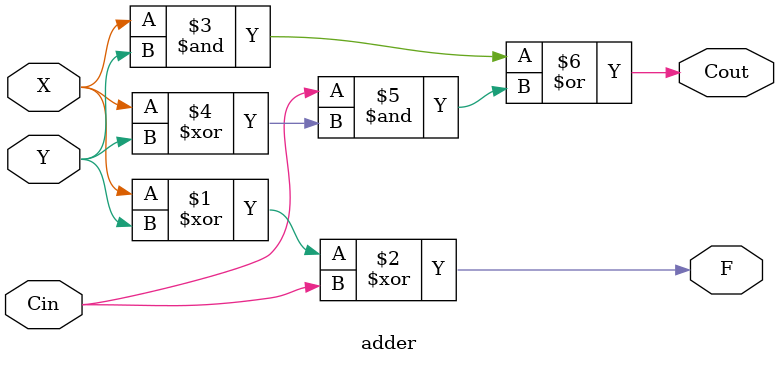
<source format=v>
module	adder_32bit(A,B,S,C32);
    input [31:0] A;
    input [31:0] B;
    output wire [31:0] S;
    output wire C32;

    wire c16,gx1,px1,gx2,px2;

    CLA_16 CLA1(
        .A(A[15:0]),
        .B(B[15:0]),
        .c0(1'b0),
        .S(S[15:0]),
        .px(px1),
        .gx(gx1)
    );

    CLA_16 CLA2(
        .A(A[31:16]),
        .B(B[31:16]),
        .c0(c16),
        .S(S[31:16]),
        .px(px2),
        .gx(gx2)
    );

    assign c16 = gx1 | (px1 & 1'b0); 
    assign C32 = gx2 | (px2 & c16);
endmodule
module	CLA_16(A,B,c0,S,px,gx);
    input [15:0] A;
    input [15:0] B;
    input c0;
    output wire [15:0] S;
    output wire gx,px;

    wire c4,c8,c12;
    wire Pm1,Gm1,Pm2,Gm2,Pm3,Gm3,Pm4,Gm4;

    adder_4 adder1(
        .x(A[3:0]),
        .y(B[3:0]),
        .c0(c0),
        .c4(c4),
        .F(S[3:0]),
        .Gm(Gm1),
        .Pm(Pm1)
    );

// ...

    assign c4 = Gm1 | (Pm1 & c0),
           c8 = Gm2 | (Pm2 & c4) | (Pm2 & Pm1 & c0),
           c12 = Gm3 | (Pm3 & c8) | (Pm3 & Pm2 & c4) | (Pm3 & Pm2 & Pm1 & c0);

    assign px = Pm1 & Pm2 & Pm3 & Pm4,
           gx = Gm4 | (Pm4 & Gm3) | (Pm4 & Pm3 & Gm2) | (Pm4 & Pm3 & Pm2 & Gm1);
endmodule
module	adder_4(x,y,c0,c4,F,Gm,Pm);
    input [3:0] x;
    input [3:0] y;
    input c0;
    output wire c4,Gm,Pm;
    output wire [3:0] F;

// ...

    assign p1 = x[0] ^ y[0],      
           p2 = x[1] ^ y[1],
           p3 = x[2] ^ y[2],
           p4 = x[3] ^ y[3];

    assign g1 = x[0] & y[0],
           g2 = x[1] & y[1],
           g3 = x[2] & y[2],
           g4 = x[3] & y[3];

    assign Pm = p1 & p2 & p3 & p4,
           Gm = g4 | (p4 & g3) | (p4 & p3 & g2) | (p4 & p3 & p2 & g1);
endmodule
module	adder(X,Y,Cin,F,Cout);

    input X,Y,Cin;
    output wire F,Cout;

    assign F = X ^ Y ^ Cin;
    assign Cout = (X & Y) | (Cin & (X ^ Y));
endmodule

</source>
